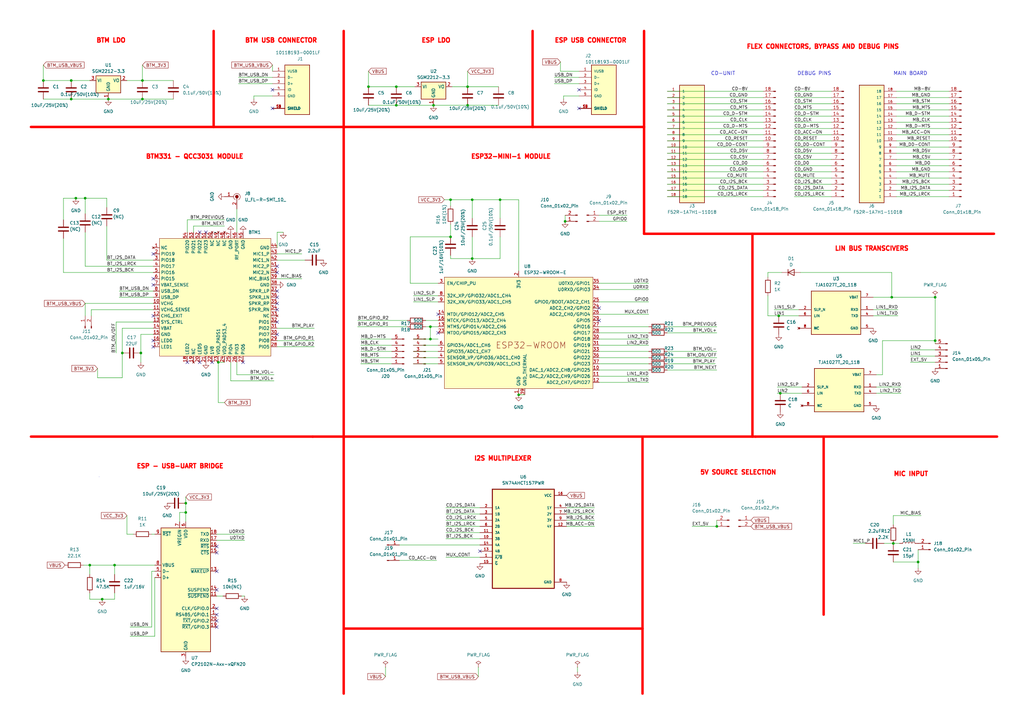
<source format=kicad_sch>
(kicad_sch (version 20230121) (generator eeschema)
  (paper "A3")
  (title_block (title "Volvo P1 bluetooth MOD dev board") (date "2023-10-01") (rev "0.1") (company "MCMSB"))
  (junction (at 193.675 81.915))
  (junction (at 34.925 81.28))
  (junction (at 366.395 222.885))
  (junction (at 383.54 139.7))
  (junction (at 231.775 90.805))
  (junction (at 29.21 33.02))
  (junction (at 162.56 35.56))
  (junction (at 58.42 33.02))
  (junction (at 177.8 43.18))
  (junction (at 58.42 40.64))
  (junction (at 184.785 97.155))
  (junction (at 193.675 106.045))
  (junction (at 294.005 215.9))
  (junction (at 191.77 35.56))
  (junction (at 17.78 33.02))
  (junction (at 205.105 81.915))
  (junction (at 212.725 161.925))
  (junction (at 383.54 121.92))
  (junction (at 44.45 40.64))
  (junction (at 176.53 133.985))
  (junction (at 89.535 148.59))
  (junction (at 57.785 144.78))
  (junction (at 320.04 161.29))
  (junction (at 31.115 81.28))
  (junction (at 29.21 40.64))
  (junction (at 376.555 230.505))
  (junction (at 319.405 129.54))
  (junction (at 36.83 231.775))
  (junction (at 176.53 139.065))
  (junction (at 365.76 121.92))
  (junction (at 184.785 81.915))
  (junction (at 151.13 35.56))
  (junction (at 76.2 210.185))
  (junction (at 41.91 245.745))
  (junction (at 46.99 231.775))
  (junction (at 162.56 43.18))
  (junction (at 50.165 144.78))
  (junction (at 191.77 43.18))
  (junction (at 76.2 206.375))
  (no_connect (at 86.995 148.59))
  (no_connect (at 245.745 131.445))
  (no_connect (at 81.915 148.59))
  (no_connect (at 111.76 36.83))
  (no_connect (at 113.665 111.76))
  (no_connect (at 113.665 127))
  (no_connect (at 113.665 119.38))
  (no_connect (at 88.9 224.155))
  (no_connect (at 237.49 44.45))
  (no_connect (at 179.705 128.905))
  (no_connect (at 113.665 124.46))
  (no_connect (at 88.9 254.635))
  (no_connect (at 84.455 95.25))
  (no_connect (at 111.76 44.45))
  (no_connect (at 62.865 129.54))
  (no_connect (at 113.665 121.92))
  (no_connect (at 88.9 249.555))
  (no_connect (at 245.745 126.365))
  (no_connect (at 99.695 148.59))
  (no_connect (at 81.915 95.25))
  (no_connect (at 76.835 148.59))
  (no_connect (at 88.9 234.315))
  (no_connect (at 62.865 104.14))
  (no_connect (at 113.665 137.16))
  (no_connect (at 237.49 36.83))
  (no_connect (at 196.85 226.06))
  (no_connect (at 113.665 132.08))
  (no_connect (at 179.705 136.525))
  (no_connect (at 88.9 252.095))
  (no_connect (at 62.865 116.84))
  (no_connect (at 113.665 109.22))
  (no_connect (at 88.9 226.695))
  (no_connect (at 62.865 139.7))
  (no_connect (at 62.865 114.3))
  (no_connect (at 88.9 241.935))
  (no_connect (at 88.9 257.175))
  (no_connect (at 62.865 142.24))
  (wire (pts (xy 147.955 146.685) (xy 160.655 146.685)))
  (wire (pts (xy 94.615 148.59) (xy 94.615 156.21)))
  (wire (pts (xy 368.3 127) (xy 358.14 127)))
  (wire (pts (xy 389.255 50.165) (xy 367.665 50.165)))
  (wire (pts (xy 89.535 165.1) (xy 89.535 148.59)))
  (wire (pts (xy 179.705 131.445) (xy 174.625 131.445)))
  (wire (pts (xy 193.675 106.045) (xy 193.675 97.155)))
  (wire (pts (xy 320.675 111.76) (xy 314.96 111.76)))
  (wire (pts (xy 193.675 81.915) (xy 193.675 89.535)))
  (wire (pts (xy 358.14 121.92) (xy 365.76 121.92)))
  (wire (pts (xy 34.925 124.46) (xy 62.865 124.46)))
  (wire (pts (xy 245.745 151.765) (xy 266.065 151.765)))
  (wire (pts (xy 367.665 45.085) (xy 389.255 45.085)))
  (wire (pts (xy 47.625 144.78) (xy 47.625 132.08)))
  (wire (pts (xy 320.04 161.29) (xy 328.93 161.29)))
  (wire (pts (xy 94.615 156.21) (xy 112.395 156.21)))
  (wire (pts (xy 314.96 129.54) (xy 319.405 129.54)))
  (wire (pts (xy 17.78 26.67) (xy 17.78 33.02)))
  (wire (pts (xy 100.33 221.615) (xy 88.9 221.615)))
  (wire (pts (xy 245.745 146.685) (xy 266.065 146.685)))
  (wire (pts (xy 389.255 60.325) (xy 367.665 60.325)))
  (wire (pts (xy 52.07 33.02) (xy 58.42 33.02)))
  (wire (pts (xy 325.755 67.945) (xy 340.995 67.945)))
  (wire (pts (xy 147.955 141.605) (xy 160.655 141.605)))
  (wire (pts (xy 273.685 42.545) (xy 313.055 42.545)))
  (wire (pts (xy 314.96 111.76) (xy 314.96 113.665)))
  (wire (pts (xy 266.065 118.745) (xy 245.745 118.745)))
  (wire (pts (xy 273.685 149.225) (xy 293.37 149.225)))
  (wire (pts (xy 26.035 97.79) (xy 26.035 111.76)))
  (wire (pts (xy 367.665 80.645) (xy 389.255 80.645)))
  (wire (pts (xy 245.745 133.985) (xy 266.065 133.985)))
  (wire (pts (xy 73.66 210.185) (xy 73.66 213.995)))
  (wire (pts (xy 245.745 128.905) (xy 266.065 128.905)))
  (wire (pts (xy 116.205 95.25) (xy 113.665 95.25)))
  (wire (pts (xy 366.395 230.505) (xy 376.555 230.505)))
  (wire (pts (xy 182.88 228.6) (xy 196.85 228.6)))
  (wire (pts (xy 168.275 97.155) (xy 184.785 97.155)))
  (wire (pts (xy 313.055 57.785) (xy 273.685 57.785)))
  (wire (pts (xy 36.83 245.745) (xy 36.83 243.205)))
  (wire (pts (xy 41.91 245.745) (xy 46.99 245.745)))
  (wire (pts (xy 273.685 75.565) (xy 313.055 75.565)))
  (wire (pts (xy 367.665 55.245) (xy 389.255 55.245)))
  (wire (pts (xy 367.665 78.105) (xy 389.255 78.105)))
  (wire (pts (xy 123.825 104.14) (xy 113.665 104.14)))
  (wire (pts (xy 325.755 70.485) (xy 340.995 70.485)))
  (wire (pts (xy 273.685 78.105) (xy 313.055 78.105)))
  (wire (pts (xy 184.785 106.045) (xy 193.675 106.045)))
  (wire (pts (xy 79.375 95.25) (xy 79.375 92.71)))
  (wire (pts (xy 313.055 73.025) (xy 273.685 73.025)))
  (wire (pts (xy 169.545 146.685) (xy 179.705 146.685)))
  (wire (pts (xy 76.2 210.185) (xy 73.66 210.185)))
  (wire (pts (xy 361.95 139.7) (xy 383.54 139.7)))
  (wire (pts (xy 273.685 37.465) (xy 313.055 37.465)))
  (wire (pts (xy 273.685 65.405) (xy 313.055 65.405)))
  (wire (pts (xy 88.9 244.475) (xy 91.44 244.475)))
  (wire (pts (xy 245.745 149.225) (xy 266.065 149.225)))
  (wire (pts (xy 317.5 127) (xy 327.66 127)))
  (wire (pts (xy 362.585 222.885) (xy 366.395 222.885)))
  (wire (pts (xy 167.005 131.445) (xy 146.685 131.445)))
  (wire (pts (xy 158.115 273.685) (xy 158.115 277.495)))
  (wire (pts (xy 184.785 92.075) (xy 184.785 97.155)))
  (wire (pts (xy 177.8 43.18) (xy 191.77 43.18)))
  (wire (pts (xy 63.5 260.985) (xy 53.34 260.985)))
  (wire (pts (xy 182.88 215.9) (xy 196.85 215.9)))
  (wire (pts (xy 176.53 133.985) (xy 174.625 133.985)))
  (wire (pts (xy 325.755 80.645) (xy 340.995 80.645)))
  (wire (pts (xy 169.545 123.825) (xy 179.705 123.825)))
  (wire (pts (xy 31.115 81.28) (xy 34.925 81.28)))
  (wire (pts (xy 365.76 111.76) (xy 365.76 121.92)))
  (wire (pts (xy 313.055 60.325) (xy 273.685 60.325)))
  (wire (pts (xy 359.41 153.67) (xy 361.95 153.67)))
  (wire (pts (xy 43.815 81.28) (xy 34.925 81.28)))
  (wire (pts (xy 376.555 233.045) (xy 376.555 230.505)))
  (wire (pts (xy 113.665 106.68) (xy 125.095 106.68)))
  (wire (pts (xy 367.665 52.705) (xy 389.255 52.705)))
  (wire (pts (xy 389.255 65.405) (xy 367.665 65.405)))
  (wire (pts (xy 76.2 203.835) (xy 76.2 206.375)))
  (wire (pts (xy 89.535 148.59) (xy 92.075 148.59)))
  (wire (pts (xy 182.88 210.82) (xy 196.85 210.82)))
  (wire (pts (xy 366.395 222.885) (xy 368.935 222.885)))
  (wire (pts (xy 26.035 111.76) (xy 62.865 111.76)))
  (wire (pts (xy 97.79 34.29) (xy 111.76 34.29)))
  (wire (pts (xy 163.83 229.87) (xy 179.07 229.87)))
  (wire (pts (xy 389.255 57.785) (xy 367.665 57.785)))
  (wire (pts (xy 273.685 133.985) (xy 294.005 133.985)))
  (wire (pts (xy 182.245 81.915) (xy 184.785 81.915)))
  (wire (pts (xy 76.2 206.375) (xy 76.2 210.185)))
  (wire (pts (xy 389.255 37.465) (xy 367.665 37.465)))
  (wire (pts (xy 100.33 219.075) (xy 88.9 219.075)))
  (wire (pts (xy 257.175 88.265) (xy 245.745 88.265)))
  (wire (pts (xy 325.755 62.865) (xy 340.995 62.865)))
  (wire (pts (xy 204.47 35.56) (xy 191.77 35.56)))
  (wire (pts (xy 245.745 144.145) (xy 266.065 144.145)))
  (wire (pts (xy 185.42 35.56) (xy 191.77 35.56)))
  (wire (pts (xy 349.885 222.885) (xy 354.965 222.885)))
  (wire (pts (xy 361.95 153.67) (xy 361.95 139.7)))
  (wire (pts (xy 266.065 139.065) (xy 245.745 139.065)))
  (wire (pts (xy 176.53 139.065) (xy 179.705 139.065)))
  (wire (pts (xy 97.155 148.59) (xy 97.155 153.67)))
  (wire (pts (xy 62.23 219.075) (xy 63.5 219.075)))
  (wire (pts (xy 389.255 73.025) (xy 367.665 73.025)))
  (wire (pts (xy 62.23 234.315) (xy 62.23 257.175)))
  (wire (pts (xy 376.555 230.505) (xy 376.555 225.425)))
  (wire (pts (xy 212.725 81.915) (xy 212.725 111.125)))
  (wire (pts (xy 369.57 161.29) (xy 359.41 161.29)))
  (wire (pts (xy 37.465 127) (xy 62.865 127)))
  (wire (pts (xy 212.725 161.925) (xy 215.265 161.925)))
  (wire (pts (xy 17.78 40.64) (xy 29.21 40.64)))
  (wire (pts (xy 184.785 104.775) (xy 184.785 106.045)))
  (wire (pts (xy 92.075 165.1) (xy 89.535 165.1)))
  (wire (pts (xy 273.685 70.485) (xy 313.055 70.485)))
  (wire (pts (xy 232.41 215.9) (xy 243.84 215.9)))
  (wire (pts (xy 184.785 81.915) (xy 184.785 84.455)))
  (wire (pts (xy 34.925 109.22) (xy 62.865 109.22)))
  (wire (pts (xy 266.065 156.845) (xy 245.745 156.845)))
  (wire (pts (xy 29.21 40.64) (xy 44.45 40.64)))
  (wire (pts (xy 205.105 81.915) (xy 212.725 81.915)))
  (wire (pts (xy 184.785 81.915) (xy 193.675 81.915)))
  (wire (pts (xy 325.755 45.085) (xy 340.995 45.085)))
  (wire (pts (xy 57.785 137.16) (xy 57.785 144.78)))
  (wire (pts (xy 111.76 39.37) (xy 104.14 39.37)))
  (wire (pts (xy 205.105 81.915) (xy 205.105 89.535)))
  (wire (pts (xy 273.685 62.865) (xy 313.055 62.865)))
  (wire (pts (xy 48.895 121.92) (xy 62.865 121.92)))
  (wire (pts (xy 62.23 257.175) (xy 53.34 257.175)))
  (wire (pts (xy 273.685 40.005) (xy 313.055 40.005)))
  (wire (pts (xy 245.745 90.805) (xy 257.175 90.805)))
  (wire (pts (xy 266.065 116.205) (xy 245.745 116.205)))
  (wire (pts (xy 389.255 42.545) (xy 367.665 42.545)))
  (wire (pts (xy 44.45 40.64) (xy 58.42 40.64)))
  (wire (pts (xy 273.685 146.685) (xy 294.005 146.685)))
  (wire (pts (xy 63.5 236.855) (xy 63.5 260.985)))
  (wire (pts (xy 325.755 65.405) (xy 340.995 65.405)))
  (wire (pts (xy 273.685 47.625) (xy 313.055 47.625)))
  (wire (pts (xy 237.49 34.29) (xy 227.33 34.29)))
  (wire (pts (xy 26.035 81.28) (xy 31.115 81.28)))
  (wire (pts (xy 40.005 151.13) (xy 40.005 154.94)))
  (wire (pts (xy 58.42 26.67) (xy 58.42 33.02)))
  (wire (pts (xy 179.705 116.205) (xy 168.275 116.205)))
  (wire (pts (xy 63.5 234.315) (xy 62.23 234.315)))
  (wire (pts (xy 147.955 144.145) (xy 160.655 144.145)))
  (wire (pts (xy 365.76 121.92) (xy 383.54 121.92)))
  (wire (pts (xy 104.14 39.37) (xy 104.14 40.64)))
  (wire (pts (xy 368.3 129.54) (xy 358.14 129.54)))
  (wire (pts (xy 389.255 70.485) (xy 367.665 70.485)))
  (wire (pts (xy 273.685 55.245) (xy 313.055 55.245)))
  (wire (pts (xy 325.755 78.105) (xy 340.995 78.105)))
  (wire (pts (xy 231.14 39.37) (xy 231.14 40.64)))
  (wire (pts (xy 193.675 81.915) (xy 205.105 81.915)))
  (wire (pts (xy 325.755 75.565) (xy 340.995 75.565)))
  (wire (pts (xy 232.41 208.28) (xy 243.84 208.28)))
  (wire (pts (xy 318.77 161.29) (xy 320.04 161.29)))
  (wire (pts (xy 245.745 136.525) (xy 266.065 136.525)))
  (wire (pts (xy 151.13 35.56) (xy 162.56 35.56)))
  (wire (pts (xy 46.99 231.775) (xy 63.5 231.775)))
  (wire (pts (xy 76.835 95.25) (xy 76.835 90.17)))
  (wire (pts (xy 325.755 47.625) (xy 340.995 47.625)))
  (wire (pts (xy 273.685 80.645) (xy 313.055 80.645)))
  (wire (pts (xy 325.755 50.165) (xy 340.995 50.165)))
  (wire (pts (xy 58.42 40.64) (xy 71.12 40.64)))
  (wire (pts (xy 162.56 35.56) (xy 170.18 35.56)))
  (wire (pts (xy 196.85 218.44) (xy 182.88 218.44)))
  (wire (pts (xy 266.065 123.825) (xy 245.745 123.825)))
  (wire (pts (xy 79.375 92.71) (xy 92.075 92.71)))
  (wire (pts (xy 367.665 75.565) (xy 389.255 75.565)))
  (wire (pts (xy 97.79 31.75) (xy 111.76 31.75)))
  (wire (pts (xy 34.925 81.28) (xy 34.925 87.63)))
  (wire (pts (xy 169.545 121.285) (xy 179.705 121.285)))
  (wire (pts (xy 62.865 134.62) (xy 50.165 134.62)))
  (wire (pts (xy 373.38 146.05) (xy 383.54 146.05)))
  (wire (pts (xy 113.665 142.24) (xy 128.905 142.24)))
  (wire (pts (xy 191.77 43.18) (xy 204.47 43.18)))
  (wire (pts (xy 383.54 139.7) (xy 383.54 140.97)))
  (wire (pts (xy 231.775 88.265) (xy 231.775 90.805)))
  (wire (pts (xy 162.56 43.18) (xy 177.8 43.18)))
  (wire (pts (xy 147.955 149.225) (xy 160.655 149.225)))
  (wire (pts (xy 128.905 139.7) (xy 113.665 139.7)))
  (wire (pts (xy 325.755 73.025) (xy 340.995 73.025)))
  (wire (pts (xy 266.065 141.605) (xy 245.745 141.605)))
  (wire (pts (xy 229.87 25.4) (xy 229.87 29.21)))
  (wire (pts (xy 191.77 29.21) (xy 191.77 35.56)))
  (wire (pts (xy 196.85 208.28) (xy 182.88 208.28)))
  (wire (pts (xy 57.785 144.78) (xy 57.785 148.59)))
  (wire (pts (xy 325.755 52.705) (xy 340.995 52.705)))
  (wire (pts (xy 48.895 119.38) (xy 62.865 119.38)))
  (wire (pts (xy 169.545 141.605) (xy 179.705 141.605)))
  (wire (pts (xy 266.065 154.305) (xy 245.745 154.305)))
  (wire (pts (xy 111.76 26.67) (xy 111.76 29.21)))
  (wire (pts (xy 313.055 50.165) (xy 273.685 50.165)))
  (wire (pts (xy 46.99 245.745) (xy 46.99 243.205)))
  (wire (pts (xy 47.625 132.08) (xy 62.865 132.08)))
  (wire (pts (xy 227.33 31.75) (xy 237.49 31.75)))
  (wire (pts (xy 168.275 116.205) (xy 168.275 97.155)))
  (wire (pts (xy 196.215 273.685) (xy 196.215 277.495)))
  (wire (pts (xy 325.755 40.005) (xy 340.995 40.005)))
  (wire (pts (xy 151.13 43.18) (xy 162.56 43.18)))
  (wire (pts (xy 237.49 39.37) (xy 231.14 39.37)))
  (wire (pts (xy 17.78 33.02) (xy 29.21 33.02)))
  (wire (pts (xy 389.255 67.945) (xy 367.665 67.945)))
  (wire (pts (xy 389.255 47.625) (xy 367.665 47.625)))
  (wire (pts (xy 328.295 111.76) (xy 365.76 111.76)))
  (wire (pts (xy 273.685 136.525) (xy 294.005 136.525)))
  (wire (pts (xy 373.38 143.51) (xy 383.54 143.51)))
  (wire (pts (xy 319.405 129.54) (xy 327.66 129.54)))
  (wire (pts (xy 52.07 211.455) (xy 52.07 219.075)))
  (wire (pts (xy 325.755 57.785) (xy 340.995 57.785)))
  (wire (pts (xy 373.38 148.59) (xy 383.54 148.59)))
  (wire (pts (xy 169.545 149.225) (xy 179.705 149.225)))
  (wire (pts (xy 34.925 95.25) (xy 34.925 109.22)))
  (wire (pts (xy 389.255 40.005) (xy 367.665 40.005)))
  (wire (pts (xy 50.165 144.78) (xy 50.165 154.94)))
  (wire (pts (xy 314.96 121.285) (xy 314.96 129.54)))
  (wire (pts (xy 34.925 124.46) (xy 34.925 129.54)))
  (wire (pts (xy 26.035 90.17) (xy 26.035 81.28)))
  (wire (pts (xy 52.07 219.075) (xy 54.61 219.075)))
  (wire (pts (xy 383.54 121.92) (xy 383.54 139.7)))
  (wire (pts (xy 325.755 60.325) (xy 340.995 60.325)))
  (wire (pts (xy 43.815 106.68) (xy 62.865 106.68)))
  (wire (pts (xy 283.845 215.9) (xy 294.005 215.9)))
  (wire (pts (xy 273.685 52.705) (xy 313.055 52.705)))
  (wire (pts (xy 369.57 158.75) (xy 359.41 158.75)))
  (wire (pts (xy 232.41 213.36) (xy 243.84 213.36)))
  (wire (pts (xy 76.835 90.17) (xy 92.075 90.17)))
  (wire (pts (xy 112.395 153.67) (xy 97.155 153.67)))
  (wire (pts (xy 179.705 133.985) (xy 176.53 133.985)))
  (wire (pts (xy 193.675 106.045) (xy 205.105 106.045)))
  (wire (pts (xy 37.465 129.54) (xy 37.465 127)))
  (wire (pts (xy 97.155 95.25) (xy 97.155 85.725)))
  (wire (pts (xy 100.33 244.475) (xy 99.06 244.475)))
  (wire (pts (xy 377.825 211.455) (xy 366.395 211.455)))
  (wire (pts (xy 76.2 210.185) (xy 76.2 213.995)))
  (wire (pts (xy 182.88 220.98) (xy 196.85 220.98)))
  (wire (pts (xy 50.165 154.94) (xy 40.005 154.94)))
  (wire (pts (xy 123.825 114.3) (xy 113.665 114.3)))
  (wire (pts (xy 169.545 144.145) (xy 179.705 144.145)))
  (wire (pts (xy 43.815 85.09) (xy 43.815 81.28)))
  (wire (pts (xy 163.83 223.52) (xy 196.85 223.52)))
  (wire (pts (xy 366.395 211.455) (xy 366.395 215.265)))
  (wire (pts (xy 62.865 137.16) (xy 57.785 137.16)))
  (wire (pts (xy 29.21 33.02) (xy 36.83 33.02)))
  (wire (pts (xy 273.685 151.765) (xy 294.005 151.765)))
  (wire (pts (xy 36.83 235.585) (xy 36.83 231.775)))
  (wire (pts (xy 36.83 231.775) (xy 46.99 231.775)))
  (wire (pts (xy 229.87 29.21) (xy 237.49 29.21)))
  (wire (pts (xy 325.755 42.545) (xy 340.995 42.545)))
  (wire (pts (xy 205.105 106.045) (xy 205.105 97.155)))
  (wire (pts (xy 147.955 139.065) (xy 160.655 139.065)))
  (wire (pts (xy 236.855 275.59) (xy 236.855 273.685)))
  (wire (pts (xy 113.665 95.25) (xy 113.665 101.6)))
  (wire (pts (xy 273.685 144.145) (xy 294.005 144.145)))
  (wire (pts (xy 273.685 67.945) (xy 313.055 67.945)))
  (wire (pts (xy 325.755 37.465) (xy 340.995 37.465)))
  (wire (pts (xy 46.99 235.585) (xy 46.99 231.775)))
  (wire (pts (xy 128.905 134.62) (xy 113.665 134.62)))
  (wire (pts (xy 232.41 210.82) (xy 243.84 210.82)))
  (wire (pts (xy 294.005 213.36) (xy 294.005 215.9)))
  (wire (pts (xy 196.85 213.36) (xy 182.88 213.36)))
  (wire (pts (xy 389.255 62.865) (xy 367.665 62.865)))
  (wire (pts (xy 325.755 55.245) (xy 340.995 55.245)))
  (wire (pts (xy 50.165 134.62) (xy 50.165 144.78)))
  (wire (pts (xy 34.29 231.775) (xy 36.83 231.775)))
  (wire (pts (xy 176.53 133.985) (xy 176.53 139.065)))
  (wire (pts (xy 318.77 158.75) (xy 328.93 158.75)))
  (wire (pts (xy 169.545 139.065) (xy 176.53 139.065)))
  (wire (pts (xy 151.13 29.21) (xy 151.13 35.56)))
  (wire (pts (xy 36.83 245.745) (xy 41.91 245.745)))
  (wire (pts (xy 167.005 133.985) (xy 146.685 133.985)))
  (wire (pts (xy 58.42 33.02) (xy 71.12 33.02)))
  (wire (pts (xy 43.815 92.71) (xy 43.815 106.68)))
  (wire (pts (xy 313.055 45.085) (xy 273.685 45.085)))
  (rectangle (start 337.82 179.705) (end 337.82 252.095) (stroke (width 1) (color 255 0 0 1)))
  (rectangle (start 218.44 12.7) (end 218.44 52.07) (stroke (width 1) (color 255 0 0 1)))
  (rectangle (start 140.97 257.81) (end 263.525 257.81) (stroke (width 1) (color 255 0 0 1)))
  (rectangle (start 87.63 12.7) (end 87.63 52.07) (stroke (width 1) (color 255 0 0 1)))
  (rectangle (start 263.525 179.705) (end 263.525 284.48) (stroke (width 1) (color 255 0 0 1)))
  (rectangle (start 128.27 179.07) (end 309.88 179.07) (stroke (width 1) (color 255 0 0 1)))
  (rectangle (start 308.61 95.885) (end 308.61 179.07) (stroke (width 1) (color 255 0 0 1)))
  (rectangle (start 12.7 52.07) (end 140.97 52.07) (stroke (width 1) (color 255 0 0 1)))
  (rectangle (start 40.64 195.58) (end 40.64 195.58))
  (rectangle (start 140.97 52.07) (end 264.16 52.07) (stroke (width 1) (color 255 0 0 1)))
  (rectangle (start 140.97 12.7) (end 140.97 284.48) (stroke (width 1) (color 255 0 0 1)))
  (rectangle (start 12.7 179.07) (end 128.27 179.07) (stroke (width 1) (color 255 0 0 1)))
  (rectangle (start 264.16 12.7) (end 264.16 95.885) (stroke (width 1) (color 255 0 0 1)))
  (rectangle (start 309.88 179.07) (end 408.94 179.07) (stroke (width 1) (color 255 0 0 1)))
  (rectangle (start 264.16 95.885) (end 407.67 95.885) (stroke (width 1) (color 255 0 0 1)))
  (text "I2S MULTIPLEXER\n" (at 194.31 189.23 0) (effects (font (size 1.8 1.8) (thickness 0.6) bold) (justify left bottom)))
  (text "BTM USB CONNECTOR" (at 100.33 17.78 0) (effects (font (size 1.8 1.8) (thickness 0.6) bold) (justify left bottom)))
  (text "BTM LDO\n" (at 39.37 17.78 0) (effects (font (size 1.8 1.8) (thickness 0.6) bold) (justify left bottom)))
  (text "5V SOURCE SELECTION" (at 287.02 194.945 0) (effects (font (size 1.8 1.8) (thickness 0.6) bold) (justify left bottom)))
  (text "MIC INPUT\n" (at 366.395 195.58 0) (effects (font (size 1.8 1.8) (thickness 0.6) bold) (justify left bottom)))
  (text "MAIN BOARD" (at 366.395 31.115 0) (effects (font (size 1.5 1.5)) (justify left bottom)))
  (text "ESP32-MINI-1 MODULE" (at 193.04 65.405 0) (effects (font (size 1.8 1.8) (thickness 0.6) bold) (justify left bottom)))
  (text "ESP USB CONNECTOR" (at 227.33 17.78 0) (effects (font (size 1.8 1.8) (thickness 0.6) bold) (justify left bottom)))
  (text "BTM331 - QCC3031 MODULE\n" (at 59.69 65.405 0) (effects (font (size 1.8 1.8) (thickness 0.6) bold) (justify left bottom)))
  (text "CD-UNIT" (at 301.625 31.115 0) (effects (font (size 1.5 1.5)) (justify right bottom)))
  (text "ESP - USB-UART BRIDGE" (at 55.88 192.405 0) (effects (font (size 1.8 1.8) (thickness 0.6) bold) (justify left bottom)))
  (text "LIN BUS TRANSCIVERS\n\n" (at 342.265 106.045 0) (effects (font (size 1.8 1.8) (thickness 0.6) bold) (justify left bottom)))
  (text "DEBUG PINS" (at 340.995 31.115 0) (effects (font (size 1.5 1.5)) (justify right bottom)))
  (text "ESP LDO" (at 172.72 17.78 0) (effects (font (size 1.8 1.8) (thickness 0.6) bold) (justify left bottom)))
  (text "FLEX CONNECTORS, BYPASS AND DEBUG PINS" (at 306.07 20.32 0) (effects (font (size 1.8 1.8) (thickness 0.6) bold) (justify left bottom)))
  (label "LIN1_TXD" (at 368.3 129.54 180))
  (label "CD_C5V" (at 306.705 65.405 180))
  (label "LIN1" (at 317.5 129.54 0))
  (label "EXT_5V" (at 373.38 148.59 0))
  (label "CD_D-STM" (at 306.705 47.625 180))
  (label "GPIO0" (at 266.065 123.825 180))
  (label "CD_MTS" (at 306.705 45.085 180))
  (label "CD_STM" (at 325.755 42.545 0))
  (label "CD-8V" (at 325.755 37.465 0))
  (label "MB_D-MTS" (at 381.635 52.705 180))
  (label "MB_STM" (at 147.955 149.225 0))
  (label "BTM_GPIO_R1" (at 146.685 133.985 0))
  (label "BTM_GPIO_R2" (at 146.685 131.445 0))
  (label "U0TXD" (at 100.33 221.615 180))
  (label "MB_GND" (at 381.635 70.485 180))
  (label "CD_RESET" (at 306.705 57.785 180))
  (label "CD_CLK" (at 306.705 50.165 180))
  (label "MB_D-MTS" (at 147.955 139.065 0))
  (label "MB_GND" (at 381.635 40.005 180))
  (label "BTM_ON{slash}OFF" (at 47.625 144.78 90))
  (label "MB_I2S_BCK" (at 381.635 75.565 180))
  (label "MB_DD-CONT" (at 381.635 60.325 180))
  (label "LIN2_RXD" (at 266.065 141.605 180))
  (label "CD_I2S_LRCK" (at 306.705 80.645 180))
  (label "CD_RESET" (at 325.755 57.785 0))
  (label "CD_ACC-ON" (at 306.705 55.245 180))
  (label "USB_DP" (at 53.34 260.985 0))
  (label "MUX_CONT" (at 266.065 128.905 180))
  (label "U0TXD" (at 266.065 116.205 180))
  (label "LIN2_SLP" (at 318.77 158.75 0))
  (label "CD_ACC-ON" (at 179.07 229.87 180))
  (label "LIN2" (at 373.38 143.51 0))
  (label "CD_MTS" (at 325.755 45.085 0))
  (label "MB_CLK" (at 147.955 141.605 0))
  (label "CD_GND" (at 325.755 40.005 0))
  (label "BTM_PREVIOUS" (at 92.075 90.17 180))
  (label "MB-8V" (at 381.635 37.465 180))
  (label "BTM_VOL-" (at 112.395 153.67 180))
  (label "BT_I2S_LRCK" (at 43.815 109.22 0))
  (label "BT_I2S_DATA" (at 182.88 210.82 0))
  (label "LIN1_TXD" (at 266.065 156.845 180))
  (label "MB_I2S_DATA" (at 243.84 208.28 180))
  (label "LIN2_TXD" (at 369.57 161.29 180))
  (label "CD_D0" (at 325.755 67.945 0))
  (label "MB_ACC-ON" (at 243.84 215.9 180))
  (label "MIC1_P" (at 349.885 222.885 0))
  (label "BTM_USB_DP" (at 97.79 34.29 0))
  (label "BTM_USB_DN" (at 48.895 119.38 0))
  (label "MB_D-STM" (at 381.635 47.625 180))
  (label "LIN1_SLP" (at 317.5 127 0))
  (label "BTM_USB_DN" (at 97.79 31.75 0))
  (label "CD_I2S_DATA" (at 325.755 78.105 0))
  (label "MB_I2S_LRCK" (at 243.84 210.82 180))
  (label "CD_MUTE" (at 325.755 73.025 0))
  (label "CD_I2S_DATA" (at 182.88 208.28 0))
  (label "CD_D5V" (at 325.755 62.865 0))
  (label "CD_D0" (at 306.705 67.945 180))
  (label "CD_ACC-ON" (at 325.755 55.245 0))
  (label "ESP_RST" (at 257.175 88.265 180))
  (label "MB_MTS" (at 147.955 146.685 0))
  (label "CD_GND" (at 325.755 70.485 0))
  (label "BTM_VOL-" (at 294.005 144.145 180))
  (label "GPIO0" (at 257.175 90.805 180))
  (label "CD_I2S_BCK" (at 325.755 75.565 0))
  (label "CD_I2S_LRCK" (at 325.755 80.645 0))
  (label "CD_C5V" (at 325.755 65.405 0))
  (label "MB_D5V" (at 381.635 62.865 180))
  (label "MB_D0" (at 381.635 67.945 180))
  (label "MB_MTS" (at 381.635 45.085 180))
  (label "CD_I2S_BCK" (at 182.88 218.44 0))
  (label "BTM_VOL+" (at 294.005 136.525 180))
  (label "U0RXD" (at 100.33 219.075 180))
  (label "BTM_GPIO_R2" (at 128.905 142.24 180))
  (label "BTM_NEXT" (at 92.075 92.71 180))
  (label "LIN2_SLP" (at 169.545 121.285 0))
  (label "CD-8V" (at 306.705 37.465 180))
  (label "USB_DN" (at 53.34 257.175 0))
  (label "BTM_NEXT" (at 294.005 151.765 180))
  (label "CD_I2S_LRCK" (at 182.88 213.36 0))
  (label "CD_I2S_DATA" (at 306.705 78.105 180))
  (label "MB_C5V" (at 381.635 65.405 180))
  (label "BTM_PREVIOUS" (at 294.005 133.985 180))
  (label "BT_I2S_DATA" (at 43.815 106.68 0))
  (label "CD_MUTE" (at 306.705 73.025 180))
  (label "BTM_GPIO_R1" (at 128.905 139.7 180))
  (label "CD_D-MTS" (at 325.755 52.705 0))
  (label "LIN1_RXD" (at 368.3 127 180))
  (label "USB_DN" (at 227.33 31.75 0))
  (label "LIN1_RXD" (at 266.065 154.305 180))
  (label "LIN1" (at 373.38 146.05 0))
  (label "EXT_5V" (at 283.845 215.9 0))
  (label "BTM_VOL+" (at 112.395 156.21 180))
  (label "MIC1_P" (at 123.825 104.14 180))
  (label "MIC_BIAS" (at 123.825 114.3 180))
  (label "LIN2_TXD" (at 266.065 139.065 180))
  (label "CD_GND" (at 306.705 40.005 180))
  (label "CD_DD-CONT" (at 306.705 60.325 180))
  (label "BT_I2S_BCK" (at 182.88 220.98 0))
  (label "CD_GND" (at 306.705 70.485 180))
  (label "BTM_ON{slash}OFF" (at 294.005 146.685 180))
  (label "U0RXD" (at 266.065 118.745 180))
  (label "LIN1_SLP" (at 169.545 123.825 0))
  (label "CD_DD-CONT" (at 325.755 60.325 0))
  (label "BTM_USB_DP" (at 48.895 121.92 0))
  (label "BTM_PLAY" (at 293.37 149.225 180))
  (label "LIN2_RXD" (at 369.57 158.75 180))
  (label "BT_I2S_LRCK" (at 182.88 215.9 0))
  (label "CD_STM" (at 306.705 42.545 180))
  (label "MB_CLK" (at 381.635 50.165 180))
  (label "MB_RESET" (at 381.635 57.785 180))
  (label "MB_D-STM" (at 147.955 144.145 0))
  (label "CD_CLK" (at 325.755 50.165 0))
  (label "BTM_PLAY" (at 128.905 134.62 180))
  (label "USB_DP" (at 227.33 34.29 0))
  (label "MIC_BIAS" (at 377.825 211.455 180))
  (label "BT_I2S_BCK" (at 43.815 111.76 0))
  (label "LIN2" (at 318.77 161.29 0))
  (label "CD_D-STM" (at 325.755 47.625 0))
  (label "CD_I2S_BCK" (at 306.705 75.565 180))
  (label "MUX_CONT" (at 182.88 228.6 0))
  (label "MB_STM" (at 381.635 42.545 180))
  (label "MB_ACC-ON" (at 381.635 55.245 180))
  (label "CD_D5V" (at 306.705 62.865 180))
  (label "MB_I2S_LRCK" (at 381.635 80.645 180))
  (label "MB_I2S_BCK" (at 243.84 213.36 180))
  (label "CD_D-MTS" (at 306.705 52.705 180))
  (label "MB_MUTE" (at 381.635 73.025 180))
  (label "MB_I2S_DATA" (at 381.635 78.105 180))
  (global_label "BTM_3V3" (shape input) (at 92.075 165.1 0) (property "Intersheetrefs" "${INTERSHEET_REFS}" (effects hide)))
  (global_label "VBUS" (shape input) (at 232.41 203.2 0) (property "Intersheetrefs" "${INTERSHEET_REFS}" (effects hide)))
  (global_label "VCC_3V3" (shape input) (at 182.245 81.915 180) (property "Intersheetrefs" "${INTERSHEET_REFS}" (effects hide)))
  (global_label "VBUS" (shape input) (at 229.87 25.4 180) (property "Intersheetrefs" "${INTERSHEET_REFS}" (effects hide)))
  (global_label "BTM_USB_VBUS" (shape input) (at 196.215 277.495 180) (property "Intersheetrefs" "${INTERSHEET_REFS}" (effects hide)))
  (global_label "VCC_3V3" (shape input) (at 52.07 211.455 180) (property "Intersheetrefs" "${INTERSHEET_REFS}" (effects hide)))
  (global_label "BTM_USB_VBUS" (shape input) (at 111.76 26.67 180) (property "Intersheetrefs" "${INTERSHEET_REFS}" (effects hide)))
  (global_label "BTM_3V3" (shape input) (at 58.42 26.67 0) (property "Intersheetrefs" "${INTERSHEET_REFS}" (effects hide)))
  (global_label "VBUS" (shape input) (at 307.975 213.36 0) (property "Intersheetrefs" "${INTERSHEET_REFS}" (effects hide)))
  (global_label "VCC_3V3" (shape input) (at 76.2 203.835 0) (property "Intersheetrefs" "${INTERSHEET_REFS}" (effects hide)))
  (global_label "VCC_3V3" (shape input) (at 191.77 29.21 0) (property "Intersheetrefs" "${INTERSHEET_REFS}" (effects hide)))
  (global_label "BTM_USB_VBUS" (shape input) (at 34.925 124.46 180) (property "Intersheetrefs" "${INTERSHEET_REFS}" (effects hide)))
  (global_label "BTM_USB_VBUS" (shape input) (at 307.975 215.9 0) (property "Intersheetrefs" "${INTERSHEET_REFS}" (effects hide)))
  (global_label "VBUS" (shape input) (at 158.115 277.495 180) (property "Intersheetrefs" "${INTERSHEET_REFS}" (effects hide)))
  (global_label "VBUS" (shape input) (at 151.13 29.21 0) (property "Intersheetrefs" "${INTERSHEET_REFS}" (effects hide)))
  (global_label "VBUS" (shape input) (at 26.67 231.775 180) (property "Intersheetrefs" "${INTERSHEET_REFS}" (effects hide)))
  (global_label "BTM_USB_VBUS" (shape input) (at 17.78 26.67 0) (property "Intersheetrefs" "${INTERSHEET_REFS}" (effects hide)))
  (global_label "BTM_3V3" (shape input) (at 40.005 151.13 180) (property "Intersheetrefs" "${INTERSHEET_REFS}" (effects hide)))
  (symbol (lib_id "Device:R") (at 269.875 144.145 270) (unit 1)
    (property "Reference" "R23" (at 272.415 142.875 90) (effects (justify left)))
    (property "Value" "500" (at 267.335 144.145 90) (effects (justify left)))
    (property "Footprint" "Resistor_SMD:R_0603_1608Metric" (effects hide))
  )
  (symbol (lib_id "power:PWR_FLAG") (at 158.115 273.685 0) (unit 1)
    (property "Reference" "#FLG02" (effects hide))
    (property "Value" "PWR_FLAG" (at 158.115 268.605 0))
  )
  (symbol (lib_id "Device:D") (at 324.485 111.76 0) (unit 1)
    (property "Reference" "D1" (at 324.485 106.045 0))
    (property "Value" "D" (at 324.485 108.585 0))
    (property "Footprint" "Diode_SMD:D_1206_3216Metric" (effects hide))
    (property "Sim.Device" "D" (effects hide))
    (property "Sim.Pins" "1=K 2=A" (effects hide))
  )
  (symbol (lib_id "Device:R") (at 269.875 133.985 270) (unit 1)
    (property "Reference" "R21" (at 272.415 132.715 90) (effects (justify left)))
    (property "Value" "500" (at 267.335 133.985 90) (effects (justify left)))
    (property "Footprint" "Resistor_SMD:R_0603_1608Metric" (effects hide))
  )
  (symbol (lib_id "SN74AHCT157PWR:SN74AHCT157PWR") (at 214.63 220.98 0) (unit 1)
    (property "Reference" "U6" (at 214.63 195.58 0))
    (property "Value" "SN74AHCT157PWR" (at 214.63 198.12 0))
    (property "Footprint" "footprints3rd:SOP65P640X120-16N" (effects hide))
    (property "MF" "Texas Instruments" (effects hide))
    (property "Description" "\nQuadruple 2-Line To 1-Line Data Selectors / Multiplexers\n" (effects hide))
    (property "Package" "TSSOP-16 Texas Instruments" (effects hide))
    (property "Price" "None" (effects hide))
    (property "SnapEDA_Link" "https://www.snapeda.com/parts/SN74AHCT157PWR/Texas+Instruments/view-part/?ref=snap" (effects hide))
    (property "MP" "SN74AHCT157PWR" (effects hide))
    (property "Purchase-URL" "https://www.snapeda.com/api/url_track_click_mouser/?unipart_id=1192400&manufacturer=Texas Instruments&part_name=SN74AHCT157PWR&search_term=None" (effects hide))
    (property "Availability" "In Stock" (effects hide))
    (property "Check_prices" "https://www.snapeda.com/parts/SN74AHCT157PWR/Texas+Instruments/view-part/?ref=eda" (effects hide))
  )
  (symbol (lib_id "Device:C") (at 72.39 206.375 90) (unit 1)
    (property "Reference" "C19" (at 66.04 200.025 90))
    (property "Value" "10uF/25V(20%)" (at 66.04 202.565 90))
    (property "Footprint" "Capacitor_SMD:C_1206_3216Metric" (effects hide))
  )
  (symbol (lib_id "Device:C") (at 58.42 36.83 0) (unit 1)
    (property "Reference" "C3" (at 62.23 35.56 0) (effects (justify left)))
    (property "Value" "10uF/25V(20%)" (at 53.34 41.91 0) (effects (justify left)))
    (property "Footprint" "Capacitor_SMD:C_1206_3216Metric" (effects hide))
  )
  (symbol (lib_id "Connector:Conn_01x01_Pin") (at 158.75 229.87 0) (unit 1)
    (property "Reference" "J19" (at 159.385 224.79 0))
    (property "Value" "Conn_01x01_Pin" (at 159.385 227.33 0))
    (property "Footprint" "Connector_PinHeader_2.54mm:PinHeader_1x01_P2.54mm_Vertical" (effects hide))
  )
  (symbol (lib_id "Connector:Conn_01x02_Pin") (at 240.665 88.265 0) (unit 1)
    (property "Reference" "J9" (at 249.555 80.645 0))
    (property "Value" "Conn_01x02_Pin" (at 249.555 83.185 0))
    (property "Footprint" "Connector_PinHeader_2.54mm:PinHeader_1x02_P2.54mm_Vertical" (effects hide))
  )
  (symbol (lib_id "power:GND") (at 113.665 116.84 90) (unit 1)
    (property "Reference" "#PWR013" (effects hide))
    (property "Value" "GND" (at 117.475 116.84 90) (effects (justify right)))
  )
  (symbol (lib_id "Device:C") (at 29.21 36.83 0) (unit 1)
    (property "Reference" "C2" (at 33.02 35.56 0) (effects (justify left)))
    (property "Value" "0.1uF/50V(10%)" (at 24.765 38.735 0) (effects (justify left)))
    (property "Footprint" "Capacitor_SMD:C_1206_3216Metric" (effects hide))
  )
  (symbol (lib_id "power:GND") (at 44.45 40.64 0) (unit 1)
    (property "Reference" "#PWR01" (effects hide))
    (property "Value" "GND" (at 44.45 45.72 0))
  )
  (symbol (lib_id "Device:C") (at 34.925 91.44 0) (unit 1)
    (property "Reference" "C12" (at 37.465 88.9 0) (effects (justify left)))
    (property "Value" "(NC)" (at 37.465 91.44 0) (effects (justify left)))
    (property "Footprint" "Capacitor_SMD:C_1206_3216Metric_Pad1.33x1.80mm_HandSolder" (effects hide))
  )
  (symbol (lib_id "Device:C") (at 43.815 88.9 0) (unit 1)
    (property "Reference" "C9" (at 46.355 86.36 0) (effects (justify left)))
    (property "Value" "(NC)" (at 46.355 88.9 0) (effects (justify left)))
    (property "Footprint" "Capacitor_SMD:C_1206_3216Metric_Pad1.33x1.80mm_HandSolder" (effects hide))
  )
  (symbol (lib_id "Device:C") (at 366.395 226.695 0) (unit 1)
    (property "Reference" "C21" (at 370.205 225.425 0) (effects (justify left)))
    (property "Value" "15pF" (at 370.205 227.965 0) (effects (justify left)))
    (property "Footprint" "Capacitor_SMD:C_0603_1608Metric" (effects hide))
  )
  (symbol (lib_id "Device:R") (at 95.25 244.475 270) (unit 1)
    (property "Reference" "R15" (at 95.25 238.125 90))
    (property "Value" "10k(NC)" (at 95.25 240.665 90))
    (property "Footprint" "Resistor_SMD:R_0603_1608Metric" (effects hide))
  )
  (symbol (lib_id "power:GND") (at 320.04 168.91 0) (unit 1)
    (property "Reference" "#PWR021" (effects hide))
    (property "Value" "GND" (at 320.04 173.99 0))
  )
  (symbol (lib_id "power:GND") (at 383.54 151.13 0) (unit 1)
    (property "Reference" "#PWR018" (effects hide))
    (property "Value" "GND" (at 383.54 156.21 0))
  )
  (symbol (lib_id "Device:C") (at 128.905 106.68 90) (unit 1)
    (property "Reference" "C15" (at 128.905 100.33 90))
    (property "Value" "2.2uF" (at 128.905 102.87 90))
    (property "Footprint" "Capacitor_SMD:C_0805_2012Metric" (effects hide))
  )
  (symbol (lib_id "Connector:Conn_01x01_Pin") (at 158.75 223.52 0) (unit 1)
    (property "Reference" "J17" (at 159.385 218.44 0))
    (property "Value" "Conn_01x01_Pin" (at 159.385 220.98 0))
    (property "Footprint" "Connector_PinHeader_2.54mm:PinHeader_1x01_P2.54mm_Vertical" (effects hide))
  )
  (symbol (lib_id "Regulator_Linear:LM1117DT-3.3") (at 177.8 35.56 0) (unit 1)
    (property "Reference" "U2" (at 177.8 29.21 0))
    (property "Value" "SGM2212-3.3" (at 177.8 31.75 0))
    (property "Footprint" "Package_TO_SOT_SMD:SOT-223-3_TabPin2" (effects hide))
    (property "Datasheet" "http://www.ti.com/lit/ds/symlink/lm1117.pdf" (effects hide))
  )
  (symbol (lib_id "power:GND") (at 68.58 206.375 0) (unit 1)
    (property "Reference" "#PWR022" (effects hide))
    (property "Value" "GND" (at 68.58 211.455 0))
  )
  (symbol (lib_id "power:GND") (at 31.115 81.28 0) (unit 1)
    (property "Reference" "#PWR06" (effects hide))
    (property "Value" "GND" (at 31.115 86.36 0))
  )
  (symbol (lib_id "Connector:Conn_01x18_Pin") (at 394.335 60.325 180) (unit 1)
    (property "Reference" "J7" (at 391.795 84.455 0) (effects (justify right)))
    (property "Value" "Conn_01x18_Pin" (at 386.715 86.995 0) (effects (justify right)))
    (property "Footprint" "Connector_PinHeader_2.54mm:PinHeader_1x18_P2.54mm_Vertical" (effects hide))
  )
  (symbol (lib_id "Device:R") (at 269.875 146.685 270) (unit 1)
    (property "Reference" "R24" (at 272.415 145.415 90) (effects (justify left)))
    (property "Value" "500" (at 267.335 146.685 90) (effects (justify left)))
    (property "Footprint" "Resistor_SMD:R_0603_1608Metric" (effects hide))
  )
  (symbol (lib_id "power:GND") (at 104.14 40.64 0) (unit 1)
    (property "Reference" "#PWR02" (effects hide))
    (property "Value" "GND" (at 104.14 45.72 0))
  )
  (symbol (lib_id "power:GND") (at 193.675 106.045 0) (unit 1)
    (property "Reference" "#PWR030" (effects hide))
    (property "Value" "GND" (at 193.675 111.125 0))
  )
  (symbol (lib_id "Device:R") (at 170.815 133.985 90) (unit 1)
    (property "Reference" "R18" (at 168.275 135.255 90) (effects (justify left)))
    (property "Value" "500" (at 173.355 133.985 90) (effects (justify left)))
    (property "Footprint" "Resistor_SMD:R_0603_1608Metric" (effects hide))
  )
  (symbol (lib_id "Connector:Conn_01x18_Pin") (at 318.135 60.325 180) (unit 1)
    (property "Reference" "J4" (at 315.595 83.185 0))
    (property "Value" "Conn_01x18_Pin" (at 315.595 85.725 0))
    (property "Footprint" "Connector_PinHeader_2.54mm:PinHeader_1x18_P2.54mm_Vertical" (effects hide))
  )
  (symbol (lib_id "F52R-1A7H1-11018:F52R-1A7H1-11018") (at 283.845 57.785 0) (unit 1)
    (property "Reference" "J3" (at 283.845 84.455 0))
    (property "Value" "F52R-1A7H1-11018" (at 283.845 86.995 0))
    (property "Footprint" "footprints3rd:AMPHENOL_F52R-1A7H1-11018" (effects hide))
    (property "MF" "Amphenol ICC (FCI)" (effects hide))
    (property "MAXIMUM_PACKAGE_HEIGHT" "2.55mm" (effects hide))
    (property "Package" "None" (effects hide))
    (property "Price" "None" (effects hide))
    (property "Check_prices" "https://www.snapeda.com/parts/F52R-1A7H1-11016/Amphenol+FCI/view-part/?ref=eda" (effects hide))
    (property "STANDARD" "Manufacturer Recommendations" (effects hide))
    (property "PARTREV" "B" (effects hide))
    (property "SnapEDA_Link" "https://www.snapeda.com/parts/F52R-1A7H1-11016/Amphenol+FCI/view-part/?ref=snap" (effects hide))
    (property "MP" "F52R-1A7H1-11016" (effects hide))
    (property "Purchase-URL" "https://www.snapeda.com/api/url_track_click_mouser/?unipart_id=4874385&manufacturer=Amphenol ICC (FCI)&part_name=F52R-1A7H1-11016&search_term=None" (effects hide))
    (property "Description" "\nFlex Connector, 1.00mm Pitch, Height 2.00mm, Right angle, Slider type, ZIF, Bottom contact, 16 position , Without MYLAR\n" (effects hide))
    (property "MANUFACTURER" "Amphenol" (effects hide))
    (property "Availability" "In Stock" (effects hide))
    (property "SNAPEDA_PN" "F52R-1A7H1-11016" (effects hide))
  )
  (symbol (lib_id "Device:R") (at 269.875 136.525 270) (unit 1)
    (property "Reference" "R22" (at 272.415 135.255 90) (effects (justify left)))
    (property "Value" "500" (at 267.335 136.525 90) (effects (justify left)))
    (property "Footprint" "Resistor_SMD:R_0603_1608Metric" (effects hide))
  )
  (symbol (lib_id "Connector:Conn_01x02_Pin") (at 381.635 225.425 180) (unit 1)
    (property "Reference" "J18" (at 382.905 222.885 0) (effects (justify right)))
    (property "Value" "Conn_01x02_Pin" (at 382.905 225.425 0) (effects (justify right)))
    (property "Footprint" "Connector_PinHeader_2.54mm:PinHeader_1x02_P2.54mm_Vertical" (effects hide))
  )
  (symbol (lib_id "Device:R") (at 58.42 219.075 90) (unit 1)
    (property "Reference" "R11" (at 58.42 212.725 90))
    (property "Value" "1K" (at 58.42 215.265 90))
    (property "Footprint" "Resistor_SMD:R_0603_1608Metric" (effects hide))
  )
  (symbol (lib_id "Device:C") (at 205.105 93.345 0) (unit 1)
    (property "Reference" "C25" (at 198.755 94.615 90) (effects (justify left)))
    (property "Value" "0.1uF/50V(10%)" (at 201.295 100.965 90) (effects (justify left)))
    (property "Footprint" "Capacitor_SMD:C_1206_3216Metric" (effects hide))
  )
  (symbol (lib_id "power:GND") (at 319.405 137.16 0) (unit 1)
    (property "Reference" "#PWR015" (effects hide))
    (property "Value" "GND" (at 319.405 142.24 0))
  )
  (symbol (lib_id "Connector:Conn_01x02_Pin") (at 299.085 215.9 180) (unit 1)
    (property "Reference" "J16" (at 283.845 207.01 0) (effects (justify right)))
    (property "Value" "Conn_01x02_Pin" (at 283.845 209.55 0) (effects (justify right)))
    (property "Footprint" "Connector_PinHeader_2.54mm:PinHeader_1x02_P2.54mm_Vertical" (effects hide))
  )
  (symbol (lib_id "power:GND") (at 359.41 166.37 0) (unit 1)
    (property "Reference" "#PWR019" (effects hide))
    (property "Value" "GND" (at 359.41 171.45 0))
  )
  (symbol (lib_id "Device:C") (at 204.47 39.37 0) (unit 1)
    (property "Reference" "C8" (at 208.28 38.1 0) (effects (justify left)))
    (property "Value" "0.1uF/50V(10%)" (at 201.295 43.815 0) (effects (justify left)))
    (property "Footprint" "Capacitor_SMD:C_1206_3216Metric" (effects hide))
  )
  (symbol (lib_id "Device:C") (at 319.405 133.35 0) (unit 1)
    (property "Reference" "C16" (at 322.58 132.08 0) (effects (justify left)))
    (property "Value" "C" (at 322.58 134.62 0) (effects (justify left)))
    (property "Footprint" "Capacitor_SMD:C_1206_3216Metric_Pad1.33x1.80mm_HandSolder" (effects hide))
  )
  (symbol (lib_id "power:GND") (at 358.14 134.62 0) (unit 1)
    (property "Reference" "#PWR014" (effects hide))
    (property "Value" "GND" (at 358.14 139.7 0))
  )
  (symbol (lib_id "Connector:Conn_01x05_Pin") (at 174.625 144.145 180) (unit 1)
    (property "Reference" "J21" (at 173.355 151.765 0) (effects (justify right)))
    (property "Value" "Conn_01x05_Pin" (at 165.735 154.305 0) (effects (justify right)))
    (property "Footprint" "Connector_PinHeader_2.54mm:PinHeader_1x05_P2.54mm_Vertical" (effects hide))
  )
  (symbol (lib_id "TJA1027T_20_118:TJA1027T_20_118") (at 342.9 129.54 0) (unit 1)
    (property "Reference" "U3" (at 342.9 114.3 0))
    (property "Value" "TJA1027T_20_118" (at 342.9 116.84 0))
    (property "Footprint" "footprints3rd:SOIC127P600X175-8N" (effects hide))
    (property "MF" "NXP USA" (effects hide))
    (property "Description" "\n1/1 Transceiver - LINbus 8-SO\n" (effects hide))
    (property "Package" "SO-8 NXP Semiconductors" (effects hide))
    (property "Price" "None" (effects hide))
    (property "Check_prices" "https://www.snapeda.com/parts/TJA1027T/20,118/NXP+USA+Inc./view-part/?ref=eda" (effects hide))
    (property "SnapEDA_Link" "https://www.snapeda.com/parts/TJA1027T/20,118/NXP+USA+Inc./view-part/?ref=snap" (effects hide))
    (property "MP" "TJA1027T/20,118" (effects hide))
    (property "Availability" "In Stock" (effects hide))
    (property "Purchase-URL" "https://www.snapeda.com/api/url_track_click_mouser/?unipart_id=1237339&manufacturer=NXP USA&part_name=TJA1027T/20,118&search_term=tja1027" (effects hide))
  )
  (symbol (lib_id "Device:R") (at 269.875 151.765 270) (unit 1)
    (property "Reference" "R20" (at 272.415 150.495 90) (effects (justify left)))
    (property "Value" "500" (at 267.335 151.765 90) (effects (justify left)))
    (property "Footprint" "Resistor_SMD:R_0603_1608Metric" (effects hide))
  )
  (symbol (lib_id "Device:R") (at 36.83 239.395 0) (unit 1)
    (property "Reference" "R14" (at 39.37 238.125 0) (effects (justify left)))
    (property "Value" "47.5K" (at 39.37 240.665 0) (effects (justify left)))
    (property "Footprint" "Resistor_SMD:R_0603_1608Metric" (effects hide))
  )
  (symbol (lib_id "power:GND") (at 132.715 106.68 0) (unit 1)
    (property "Reference" "#PWR012" (effects hide))
    (property "Value" "GND" (at 132.715 111.76 0))
  )
  (symbol (lib_id "Connector:Conn_01x05_Pin") (at 388.62 146.05 180) (unit 1)
    (property "Reference" "J14" (at 390.525 144.78 0) (effects (justify right)))
    (property "Value" "Conn_01x05_Pin" (at 390.525 147.32 0) (effects (justify right)))
    (property "Footprint" "Connector_JST:JST_XH_B5B-XH-AM_1x05_P2.50mm_Vertical" (effects hide))
  )
  (symbol (lib_id "Connector:Conn_01x02_Pin") (at 34.925 134.62 90) (unit 1)
    (property "Reference" "J11" (at 33.655 135.89 90) (effects (justify right)))
    (property "Value" "Conn_01x02_Pin" (at 28.575 138.43 90) (effects (justify right)))
    (property "Footprint" "Connector_PinHeader_2.54mm:PinHeader_1x02_P2.54mm_Vertical" (effects hide))
  )
  (symbol (lib_id "Device:C") (at 53.975 144.78 90) (unit 1)
    (property "Reference" "C17" (at 53.975 138.43 90))
    (property "Value" "22UF" (at 53.975 140.97 90))
    (property "Footprint" "Capacitor_SMD:C_1206_3216Metric" (effects hide))
  )
  (symbol (lib_id "Connector:Conn_01x02_Pin") (at 302.895 213.36 0) (unit 1)
    (property "Reference" "J15" (at 311.785 205.74 0))
    (property "Value" "Conn_01x02_Pin" (at 311.785 208.28 0))
    (property "Footprint" "Connector_PinHeader_2.54mm:PinHeader_1x02_P2.54mm_Vertical" (effects hide))
  )
  (symbol (lib_id "power:GND") (at 177.8 43.18 0) (unit 1)
    (property "Reference" "#PWR04" (effects hide))
    (property "Value" "GND" (at 177.8 48.26 0))
  )
  (symbol (lib_id "10118193-0001LF:10118193-0001LF") (at 247.65 36.83 0) (unit 1)
    (property "Reference" "J2" (at 240.03 22.86 0) (effects (justify left)))
    (property "Value" "10118193-0001LF" (at 240.03 25.4 0) (effects (justify left)))
    (property "Footprint" "footprints3rd:AMPHENOL_10118193-0001LF" (effects hide))
    (property "MF" "Amphenol ICC" (effects hide))
    (property "MAXIMUM_PACKAGE_HEIGHT" "2.55 mm" (effects hide))
    (property "Package" "None" (effects hide))
    (property "Price" "None" (effects hide))
    (property "Check_prices" "https://www.snapeda.com/parts/10118193-0001LF/Amphenol+FCI/view-part/?ref=eda" (effects hide))
    (property "STANDARD" "Manufacturer Recommendations" (effects hide))
    (property "PARTREV" "E" (effects hide))
    (property "SnapEDA_Link" "https://www.snapeda.com/parts/10118193-0001LF/Amphenol+FCI/view-part/?ref=snap" (effects hide))
    (property "MP" "10118193-0001LF" (effects hide))
    (property "Purchase-URL" "https://www.snapeda.com/api/url_track_click_mouser/?unipart_id=110244&manufacturer=Amphenol ICC&part_name=10118193-0001LF&search_term=None" (effects hide))
    (property "Description" "\nRight Angle Surface Mount Mount Female USB Connector 100 V ac 1.8A | Amphenol FCI (Amphenol CS) 10118193-0001LF\n" (effects hide))
    (property "Availability" "In Stock" (effects hide))
    (property "MANUFACTURER" "Amphenol FCI" (effects hide))
  )
  (symbol (lib_id "power:PWR_FLAG") (at 383.54 121.92 0) (unit 1)
    (property "Reference" "#FLG01" (effects hide))
    (property "Value" "PWR_FLAG" (at 383.54 116.84 0))
  )
  (symbol (lib_id "Device:C") (at 184.785 100.965 0) (unit 1)
    (property "Reference" "C23" (at 178.435 104.775 90) (effects (justify left)))
    (property "Value" "1uF/16V(10%)" (at 180.975 112.395 90) (effects (justify left)))
    (property "Footprint" "Capacitor_SMD:C_1206_3216Metric" (effects hide))
  )
  (symbol (lib_id "Device:C") (at 26.035 93.98 0) (unit 1)
    (property "Reference" "C13" (at 28.575 91.44 0) (effects (justify left)))
    (property "Value" "(NC)" (at 28.575 93.98 0) (effects (justify left)))
    (property "Footprint" "Capacitor_SMD:C_1206_3216Metric_Pad1.33x1.80mm_HandSolder" (effects hide))
  )
  (symbol (lib_id "Device:R") (at 269.875 149.225 270) (unit 1)
    (property "Reference" "R19" (at 272.415 147.955 90) (effects (justify left)))
    (property "Value" "500" (at 267.335 149.225 90) (effects (justify left)))
    (property "Footprint" "Resistor_SMD:R_0603_1608Metric" (effects hide))
  )
  (symbol (lib_id "Device:C") (at 358.775 222.885 90) (unit 1)
    (property "Reference" "C20" (at 358.775 215.265 90))
    (property "Value" "2.2uF" (at 358.775 217.805 90))
    (property "Footprint" "Capacitor_SMD:C_0805_2012Metric" (effects hide))
  )
  (symbol (lib_id "power:GND") (at 231.775 90.805 0) (unit 1)
    (property "Reference" "#PWR07" (effects hide))
    (property "Value" "GND" (at 231.775 95.885 0))
  )
  (symbol (lib_id "Device:R") (at 184.785 88.265 0) (unit 1)
    (property "Reference" "R16" (at 179.705 92.075 90) (effects (justify left)))
    (property "Value" "10K(1%)" (at 182.245 92.075 90) (effects (justify left)))
    (property "Footprint" "Resistor_SMD:R_0603_1608Metric" (effects hide))
  )
  (symbol (lib_id "power:GND") (at 84.455 148.59 0) (unit 1)
    (property "Reference" "#PWR017" (effects hide))
    (property "Value" "GND" (at 84.455 153.67 0))
  )
  (symbol (lib_id "power:GND") (at 76.2 269.875 0) (unit 1)
    (property "Reference" "#PWR028" (effects hide))
    (property "Value" "GND" (at 76.2 274.955 0))
  )
  (symbol (lib_id "power:GND") (at 232.41 238.76 0) (unit 1)
    (property "Reference" "#PWR025" (effects hide))
    (property "Value" "GND" (at 232.41 243.84 0))
  )
  (symbol (lib_id "Regulator_Linear:LM1117DT-3.3") (at 44.45 33.02 0) (unit 1)
    (property "Reference" "U1" (at 44.45 26.67 0))
    (property "Value" "SGM2212-3.3" (at 44.45 29.21 0))
    (property "Footprint" "Package_TO_SOT_SMD:SOT-223-3_TabPin2" (effects hide))
    (property "Datasheet" "http://www.ti.com/lit/ds/symlink/lm1117.pdf" (effects hide))
  )
  (symbol (lib_id "power:GND") (at 100.33 244.475 0) (unit 1)
    (property "Reference" "#PWR026" (effects hide))
    (property "Value" "GND" (at 100.33 249.555 0))
  )
  (symbol (lib_id "Device:C") (at 320.04 165.1 0) (unit 1)
    (property "Reference" "C18" (at 323.215 163.83 0) (effects (justify left)))
    (property "Value" "C" (at 323.215 166.37 0) (effects (justify left)))
    (property "Footprint" "Capacitor_SMD:C_1206_3216Metric_Pad1.33x1.80mm_HandSolder" (effects hide))
  )
  (symbol (lib_id "power:GND") (at 94.615 95.25 180) (unit 1)
    (property "Reference" "#PWR08" (effects hide))
    (property "Value" "GND" (at 94.615 90.17 0))
  )
  (symbol (lib_id "F52R-1A7H1-11018:F52R-1A7H1-11018") (at 357.505 60.325 180) (unit 1)
    (property "Reference" "J6" (at 357.505 84.455 0))
    (property "Value" "F52R-1A7H1-11018" (at 360.045 86.995 0))
    (property "Footprint" "footprints3rd:AMPHENOL_F52R-1A7H1-11018" (effects hide))
    (property "MF" "Amphenol ICC (FCI)" (effects hide))
    (property "MAXIMUM_PACKAGE_HEIGHT" "2.55mm" (effects hide))
    (property "Package" "None" (effects hide))
    (property "Price" "None" (effects hide))
    (property "Check_prices" "https://www.snapeda.com/parts/F52R-1A7H1-11016/Amphenol+FCI/view-part/?ref=eda" (effects hide))
    (property "STANDARD" "Manufacturer Recommendations" (effects hide))
    (property "PARTREV" "B" (effects hide))
    (property "SnapEDA_Link" "https://www.snapeda.com/parts/F52R-1A7H1-11016/Amphenol+FCI/view-part/?ref=snap" (effects hide))
    (property "MP" "F52R-1A7H1-11016" (effects hide))
    (property "Purchase-URL" "https://www.snapeda.com/api/url_track_click_mouser/?unipart_id=4874385&manufacturer=Amphenol ICC (FCI)&part_name=F52R-1A7H1-11016&search_term=None" (effects hide))
    (property "Description" "\nFlex Connector, 1.00mm Pitch, Height 2.00mm, Right angle, Slider type, ZIF, Bottom contact, 16 position , Without MYLAR\n" (effects hide))
    (property "MANUFACTURER" "Amphenol" (effects hide))
    (property "Availability" "In Stock" (effects hide))
    (property "SNAPEDA_PN" "F52R-1A7H1-11016" (effects hide))
  )
  (symbol (lib_id "Device:R") (at 30.48 231.775 90) (unit 1)
    (property "Reference" "R13" (at 30.48 225.425 90))
    (property "Value" "22.1K" (at 30.48 227.965 90))
    (property "Footprint" "Resistor_SMD:R_0603_1608Metric" (effects hide))
  )
  (symbol (lib_id "Device:L") (at 372.745 222.885 90) (unit 1)
    (property "Reference" "L1" (at 372.745 219.075 90))
    (property "Value" "15NH" (at 372.745 221.615 90))
    (property "Footprint" "Inductor_SMD:L_1206_3216Metric_Pad1.22x1.90mm_HandSolder" (effects hide))
  )
  (symbol (lib_id "power:PWR_FLAG") (at 196.215 273.685 0) (unit 1)
    (property "Reference" "#FLG03" (effects hide))
    (property "Value" "PWR_FLAG" (at 196.215 268.605 0))
  )
  (symbol (lib_id "power:GND") (at 376.555 233.045 0) (unit 1)
    (property "Reference" "#PWR024" (effects hide))
    (property "Value" "GND" (at 376.555 238.125 0))
  )
  (symbol (lib_id "power:PWR_FLAG") (at 236.855 273.685 0) (unit 1)
    (property "Reference" "#FLG04" (effects hide))
    (property "Value" "PWR_FLAG" (at 236.855 268.605 0))
  )
  (symbol (lib_id "power:GND") (at 116.205 95.25 0) (unit 1)
    (property "Reference" "#PWR010" (effects hide))
    (property "Value" "GND" (at 116.205 100.33 0))
  )
  (symbol (lib_id "power:GND") (at 196.85 231.14 0) (unit 1)
    (property "Reference" "#PWR023" (effects hide))
    (property "Value" "GND" (at 196.85 236.22 0))
  )
  (symbol (lib_id "Device:R") (at 366.395 219.075 0) (unit 1)
    (property "Reference" "R12" (at 361.315 217.805 0) (effects (justify left)))
    (property "Value" "2.2K" (at 360.045 220.345 0) (effects (justify left)))
    (property "Footprint" "Resistor_SMD:R_0603_1608Metric" (effects hide))
  )
  (symbol (lib_id "Interface_USB:CP2102N-Axx-xQFN20") (at 76.2 241.935 0) (unit 1)
    (property "Reference" "U7" (at 78.3941 269.875 0) (effects (justify left)))
    (property "Value" "CP2102N-Axx-xQFN20" (at 78.3941 272.415 0) (effects (justify left)))
    (property "Footprint" "Package_DFN_QFN:SiliconLabs_QFN-20-1EP_3x3mm_P0.5mm_EP1.8x1.8mm_ThermalVias" (effects hide))
    (property "Datasheet" "https://www.silabs.com/documents/public/data-sheets/cp2102n-datasheet.pdf" (effects hide))
  )
  (symbol (lib_id "Device:C") (at 193.675 93.345 0) (unit 1)
    (property "Reference" "C24" (at 187.325 94.615 90) (effects (justify left)))
    (property "Value" "10uF/25V(20%)" (at 189.865 100.965 90) (effects (justify left)))
    (property "Footprint" "Capacitor_SMD:C_1206_3216Metric" (effects hide))
  )
  (symbol (lib_name "BTM331-QCC3031_1") (lib_id "BTM331:BTM331-QCC3031") (at 88.265 121.92 0) (unit 1)
    (property "Reference" "BTM1" (at 101.8891 95.25 0) (effects (justify left)))
    (property "Value" "~" (at 88.265 95.25 0))
    (property "Footprint" "BTM331:BTM331" (effects hide))
  )
  (symbol (lib_id "Connector:Conn_01x05_Pin") (at 165.735 144.145 180) (unit 1)
    (property "Reference" "J20" (at 158.115 154.305 0))
    (property "Value" "Conn_01x05_Pin" (at 158.115 151.765 0))
    (property "Footprint" "Connector_PinHeader_2.54mm:PinHeader_1x05_P2.54mm_Vertical" (effects hide))
  )
  (symbol (lib_name "U_FL-R-SMT_10__1") (lib_id "dk_Coaxial-Connectors-RF:U_FL-R-SMT_10_") (at 97.155 80.645 270) (unit 1)
    (property "Reference" "J8" (at 100.33 79.3749 90) (effects (justify left)))
    (property "Value" "U_FL-R-SMT_10_" (at 100.33 81.9149 90) (effects (justify left)))
    (property "Footprint" "Connector_Coaxial:U.FL_Hirose_U.FL-R-SMT-1_Vertical" (effects hide))
    (property "Datasheet" "https://media.digikey.com/pdf/Data%20Sheets/Hirose%20PDFs/UFL%20Series.pdf" (effects hide))
    (property "Digi-Key_PN" "H9161CT-ND" (effects hide))
    (property "MPN" "U.FL-R-SMT(10)" (effects hide))
    (property "Category" "Connectors, Interconnects" (effects hide))
    (property "Family" "Coaxial Connectors (RF)" (effects hide))
    (property "DK_Datasheet_Link" "https://media.digikey.com/pdf/Data%20Sheets/Hirose%20PDFs/UFL%20Series.pdf" (effects hide))
    (property "DK_Detail_Page" "/product-detail/en/hirose-electric-co-ltd/U.FL-R-SMT(10)/H9161CT-ND/2135256" (effects hide))
    (property "Description" "CONN U.FL RCPT STR 50 OHM SMD" (effects hide))
    (property "Manufacturer" "Hirose Electric Co Ltd" (effects hide))
    (property "Status" "Active" (effects hide))
  )
  (symbol (lib_id "PCM_Espressif:ESP32-WROOM-E") (at 212.725 136.525 0) (unit 1)
    (property "Reference" "U8" (at 214.9191 109.22 0) (effects (justify left)))
    (property "Value" "ESP32-WROOM-E" (at 214.9191 111.76 0) (effects (justify left)))
    (property "Footprint" "PCM_Espressif:ESP32-WROOM-32E" (effects hide))
    (property "Datasheet" "https://www.espressif.com/sites/default/files/documentation/esp32-wroom-32e_esp32-wroom-32ue_datasheet_en.pdf" (effects hide))
  )
  (symbol (lib_id "10118193-0001LF:10118193-0001LF") (at 121.92 36.83 0) (unit 1)
    (property "Reference" "J1" (at 121.92 24.13 0) (effects (justify left)))
    (property "Value" "10118193-0001LF" (at 113.03 21.59 0) (effects (justify left)))
    (property "Footprint" "footprints3rd:AMPHENOL_10118193-0001LF" (effects hide))
    (property "MF" "Amphenol ICC" (effects hide))
    (property "MAXIMUM_PACKAGE_HEIGHT" "2.55 mm" (effects hide))
    (property "Package" "None" (effects hide))
    (property "Price" "None" (effects hide))
    (property "Check_prices" "https://www.snapeda.com/parts/10118193-0001LF/Amphenol+FCI/view-part/?ref=eda" (effects hide))
    (property "STANDARD" "Manufacturer Recommendations" (effects hide))
    (property "PARTREV" "E" (effects hide))
    (property "SnapEDA_Link" "https://www.snapeda.com/parts/10118193-0001LF/Amphenol+FCI/view-part/?ref=snap" (effects hide))
    (property "MP" "10118193-0001LF" (effects hide))
    (property "Purchase-URL" "https://www.snapeda.com/api/url_track_click_mouser/?unipart_id=110244&manufacturer=Amphenol ICC&part_name=10118193-0001LF&search_term=None" (effects hide))
    (property "Description" "\nRight Angle Surface Mount Mount Female USB Connector 100 V ac 1.8A | Amphenol FCI (Amphenol CS) 10118193-0001LF\n" (effects hide))
    (property "Availability" "In Stock" (effects hide))
    (property "MANUFACTURER" "Amphenol FCI" (effects hide))
  )
  (symbol (lib_id "Device:C") (at 71.12 36.83 0) (unit 1)
    (property "Reference" "C4" (at 74.93 35.56 0) (effects (justify left)))
    (property "Value" "0.1uF/50V(10%)" (at 74.93 38.1 0) (effects (justify left)))
    (property "Footprint" "Capacitor_SMD:C_1206_3216Metric" (effects hide))
  )
  (symbol (lib_id "power:GND") (at 41.91 245.745 0) (unit 1)
    (property "Reference" "#PWR027" (effects hide))
    (property "Value" "GND" (at 41.91 250.825 0))
  )
  (symbol (lib_id "Device:C") (at 191.77 39.37 0) (unit 1)
    (property "Reference" "C7" (at 195.58 38.1 0) (effects (justify left)))
    (property "Value" "10uF/25V(20%)" (at 184.15 44.45 0) (effects (justify left)))
    (property "Footprint" "Capacitor_SMD:C_1206_3216Metric" (effects hide))
  )
  (symbol (lib_id "Device:R") (at 170.815 131.445 90) (unit 1)
    (property "Reference" "R17" (at 168.275 132.715 90) (effects (justify left)))
    (property "Value" "500" (at 173.355 131.445 90) (effects (justify left)))
    (property "Footprint" "Resistor_SMD:R_0603_1608Metric" (effects hide))
  )
  (symbol (lib_id "TJA1027T_20_118:TJA1027T_20_118") (at 344.17 161.29 0) (unit 1)
    (property "Reference" "U5" (at 344.17 146.05 0))
    (property "Value" "TJA1027T_20_118" (at 344.17 148.59 0))
    (property "Footprint" "footprints3rd:SOIC127P600X175-8N" (effects hide))
    (property "MF" "NXP USA" (effects hide))
    (property "Description" "\n1/1 Transceiver - LINbus 8-SO\n" (effects hide))
    (property "Package" "SO-8 NXP Semiconductors" (effects hide))
    (property "Price" "None" (effects hide))
    (property "Check_prices" "https://www.snapeda.com/parts/TJA1027T/20,118/NXP+USA+Inc./view-part/?ref=eda" (effects hide))
    (property "SnapEDA_Link" "https://www.snapeda.com/parts/TJA1027T/20,118/NXP+USA+Inc./view-part/?ref=snap" (effects hide))
    (property "MP" "TJA1027T/20,118" (effects hide))
    (property "Availability" "In Stock" (effects hide))
    (property "Purchase-URL" "https://www.snapeda.com/api/url_track_click_mouser/?unipart_id=1237339&manufacturer=NXP USA&part_name=TJA1027T/20,118&search_term=tja1027" (effects hide))
  )
  (symbol (lib_id "Connector:Conn_01x18_Pin") (at 346.075 60.325 180) (unit 1)
    (property "Reference" "J5" (at 339.725 83.185 0) (effects (justify right)))
    (property "Value" "Conn_01x18_Pin" (at 333.375 85.725 0) (effects (justify right)))
    (property "Footprint" "Connector_PinHeader_2.54mm:PinHeader_1x18_P2.54mm_Vertical" (effects hide))
  )
  (symbol (lib_id "Connector:Conn_01x02_Pin") (at 236.855 90.805 180) (unit 1)
    (property "Reference" "J10" (at 221.615 81.915 0) (effects (justify right)))
    (property "Value" "Conn_01x02_Pin" (at 221.615 84.455 0) (effects (justify right)))
    (property "Footprint" "Connector_PinHeader_2.54mm:PinHeader_1x02_P2.54mm_Vertical" (effects hide))
  )
  (symbol (lib_id "power:GND") (at 92.075 80.645 270) (unit 1)
    (property "Reference" "#PWR05" (effects hide))
    (property "Value" "GND" (at 86.995 80.645 0))
  )
  (symbol (lib_id "power:GND") (at 57.785 148.59 0) (unit 1)
    (property "Reference" "#PWR016" (effects hide))
    (property "Value" "GND" (at 57.785 153.67 0))
  )
  (symbol (lib_id "power:GND") (at 231.14 40.64 0) (unit 1)
    (property "Reference" "#PWR03" (effects hide))
    (property "Value" "GND" (at 231.14 45.72 0))
  )
  (symbol (lib_id "power:GND") (at 236.855 275.59 0) (unit 1)
    (property "Reference" "#PWR029" (effects hide))
    (property "Value" "GND" (at 236.855 280.67 0))
  )
  (symbol (lib_id "Device:R") (at 314.96 117.475 0) (unit 1)
    (property "Reference" "R2" (at 317.5 116.205 0) (effects (justify left)))
    (property "Value" "1K" (at 317.5 118.745 0) (effects (justify left)))
    (property "Footprint" "Resistor_SMD:R_0603_1608Metric" (effects hide))
  )
  (symbol (lib_id "Device:C") (at 162.56 39.37 0) (unit 1)
    (property "Reference" "C6" (at 166.37 38.1 0) (effects (justify left)))
    (property "Value" "0.1uF/50V(10%)" (at 156.845 41.91 0) (effects (justify left)))
    (property "Footprint" "Capacitor_SMD:C_1206_3216Metric" (effects hide))
  )
  (symbol (lib_id "Device:C") (at 46.99 239.395 0) (unit 1)
    (property "Reference" "C22" (at 50.8 238.125 0) (effects (justify left)))
    (property "Value" "1uF/16V" (at 50.8 240.665 0) (effects (justify left)))
    (property "Footprint" "Capacitor_SMD:C_1206_3216Metric" (effects hide))
  )
  (symbol (lib_id "power:GND") (at 212.725 161.925 0) (unit 1)
    (property "Reference" "#PWR031" (effects hide))
    (property "Value" "GND" (at 212.725 167.005 0))
  )
  (symbol (lib_id "power:GND") (at 99.695 95.25 180) (unit 1)
    (property "Reference" "#PWR09" (effects hide))
    (property "Value" "GND" (at 99.695 90.17 0))
  )
  (symbol (lib_id "Device:C") (at 151.13 39.37 0) (unit 1)
    (property "Reference" "C5" (at 154.94 38.1 0) (effects (justify left)))
    (property "Value" "10uF/25V(20%)" (at 144.78 45.085 0) (effects (justify left)))
    (property "Footprint" "Capacitor_SMD:C_1206_3216Metric" (effects hide))
  )
  (symbol (lib_id "Device:C") (at 17.78 36.83 0) (unit 1)
    (property "Reference" "C1" (at 21.59 35.56 0) (effects (justify left)))
    (property "Value" "10uF/25V(20%)" (at 12.7 43.18 0) (effects (justify left)))
    (property "Footprint" "Capacitor_SMD:C_1206_3216Metric" (effects hide))
  )
)
</source>
